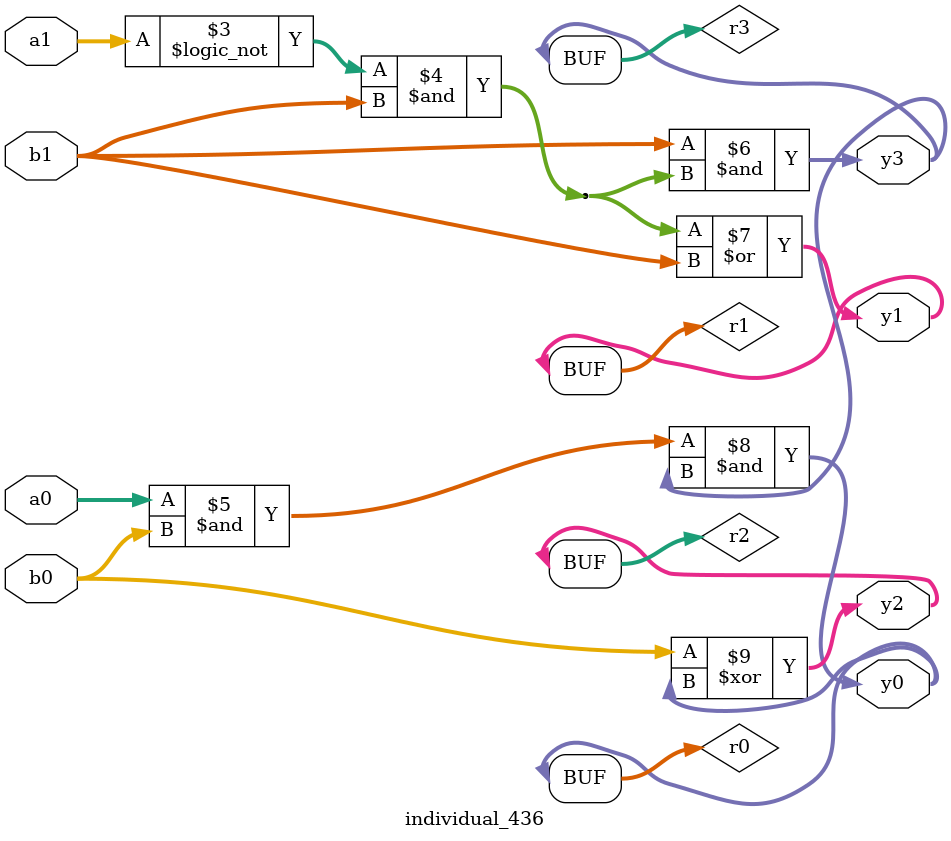
<source format=sv>
module individual_436(input logic [15:0] a1, input logic [15:0] a0, input logic [15:0] b1, input logic [15:0] b0, output logic [15:0] y3, output logic [15:0] y2, output logic [15:0] y1, output logic [15:0] y0);
logic [15:0] r0, r1, r2, r3; 
 always@(*) begin 
	 r0 = a0; r1 = a1; r2 = b0; r3 = b1; 
 	 r1  &=  r1 ;
 	 r1 = ! a1 ;
 	 r1  &=  r3 ;
 	 r0  &=  b0 ;
 	 r3  &=  r1 ;
 	 r1  |=  b1 ;
 	 r0  &=  r3 ;
 	 r2  ^=  r0 ;
 	 y3 = r3; y2 = r2; y1 = r1; y0 = r0; 
end
endmodule
</source>
